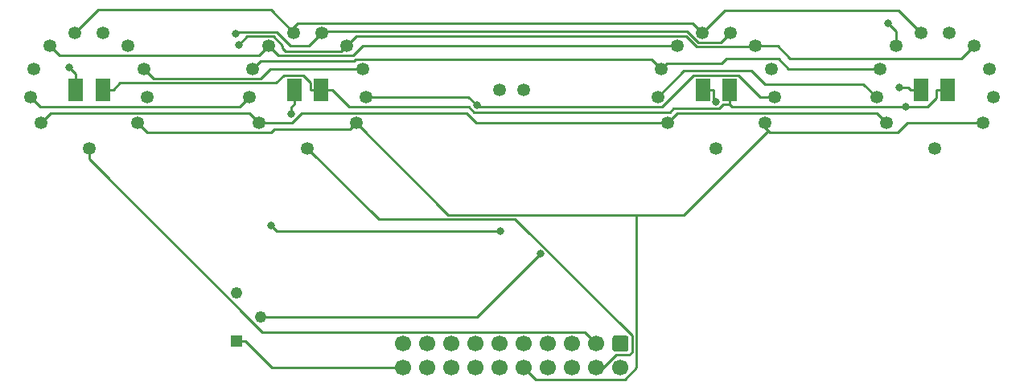
<source format=gtl>
G04 #@! TF.GenerationSoftware,KiCad,Pcbnew,(5.1.7)-1*
G04 #@! TF.CreationDate,2021-11-14T22:53:25-06:00*
G04 #@! TF.ProjectId,in14-socket,696e3134-2d73-46f6-936b-65742e6b6963,rev?*
G04 #@! TF.SameCoordinates,Original*
G04 #@! TF.FileFunction,Copper,L1,Top*
G04 #@! TF.FilePolarity,Positive*
%FSLAX46Y46*%
G04 Gerber Fmt 4.6, Leading zero omitted, Abs format (unit mm)*
G04 Created by KiCad (PCBNEW (5.1.7)-1) date 2021-11-14 22:53:25*
%MOMM*%
%LPD*%
G01*
G04 APERTURE LIST*
G04 #@! TA.AperFunction,ComponentPad*
%ADD10C,1.346200*%
G04 #@! TD*
G04 #@! TA.AperFunction,ComponentPad*
%ADD11C,1.700000*%
G04 #@! TD*
G04 #@! TA.AperFunction,SMDPad,CuDef*
%ADD12R,1.600200X2.387600*%
G04 #@! TD*
G04 #@! TA.AperFunction,ComponentPad*
%ADD13R,1.222000X1.222000*%
G04 #@! TD*
G04 #@! TA.AperFunction,ComponentPad*
%ADD14C,1.222000*%
G04 #@! TD*
G04 #@! TA.AperFunction,ViaPad*
%ADD15C,0.800000*%
G04 #@! TD*
G04 #@! TA.AperFunction,Conductor*
%ADD16C,0.250000*%
G04 #@! TD*
G04 APERTURE END LIST*
D10*
X138500000Y-105187440D03*
X132355740Y-99744220D03*
X132713880Y-96805440D03*
X134395360Y-94367040D03*
X137019180Y-92990360D03*
X139980820Y-92990360D03*
X142604640Y-94367040D03*
X144286120Y-96805440D03*
X144644260Y-99744220D03*
X143592700Y-102515360D03*
X133407300Y-102515360D03*
X181505000Y-105192640D03*
X175360740Y-99749420D03*
X175718880Y-96810640D03*
X177400360Y-94372240D03*
X180024180Y-92995560D03*
X182985820Y-92995560D03*
X185609640Y-94372240D03*
X187291120Y-96810640D03*
X187649260Y-99749420D03*
X186597700Y-102520560D03*
X176412300Y-102520560D03*
X204505000Y-105192640D03*
X198360740Y-99749420D03*
X198718880Y-96810640D03*
X200400360Y-94372240D03*
X203024180Y-92995560D03*
X205985820Y-92995560D03*
X208609640Y-94372240D03*
X210291120Y-96810640D03*
X210649260Y-99749420D03*
X209597700Y-102520560D03*
X199412300Y-102520560D03*
X115500000Y-105187440D03*
X109355740Y-99744220D03*
X109713880Y-96805440D03*
X111395360Y-94367040D03*
X114019180Y-92990360D03*
X116980820Y-92990360D03*
X119604640Y-94367040D03*
X121286120Y-96805440D03*
X121644260Y-99744220D03*
X120592700Y-102515360D03*
X110407300Y-102515360D03*
D11*
X148570000Y-128330000D03*
X151110000Y-128330000D03*
X153650000Y-128330000D03*
X156190000Y-128330000D03*
X158730000Y-128330000D03*
X161270000Y-128330000D03*
X163810000Y-128330000D03*
X166350000Y-128330000D03*
X168890000Y-128330000D03*
X171430000Y-128330000D03*
X148570000Y-125790000D03*
X151110000Y-125790000D03*
X153650000Y-125790000D03*
X156190000Y-125790000D03*
X158730000Y-125790000D03*
X161270000Y-125790000D03*
X163810000Y-125790000D03*
X166350000Y-125790000D03*
X168890000Y-125790000D03*
G04 #@! TA.AperFunction,ComponentPad*
G36*
G01*
X172030000Y-126640000D02*
X170830000Y-126640000D01*
G75*
G02*
X170580000Y-126390000I0J250000D01*
G01*
X170580000Y-125190000D01*
G75*
G02*
X170830000Y-124940000I250000J0D01*
G01*
X172030000Y-124940000D01*
G75*
G02*
X172280000Y-125190000I0J-250000D01*
G01*
X172280000Y-126390000D01*
G75*
G02*
X172030000Y-126640000I-250000J0D01*
G01*
G37*
G04 #@! TD.AperFunction*
D10*
X158730000Y-99000000D03*
X161270000Y-99000000D03*
D12*
X114080000Y-98994800D03*
X116930000Y-98994800D03*
X137080000Y-98994800D03*
X139930000Y-98994800D03*
X180075000Y-99000000D03*
X182925000Y-99000000D03*
X203075000Y-99000000D03*
X205815000Y-99000000D03*
D13*
X131000000Y-125540000D03*
D14*
X133540000Y-123000000D03*
X131000000Y-120460000D03*
D15*
X201469200Y-100790800D03*
X199570000Y-92020000D03*
X130910000Y-93130000D03*
X131230000Y-94270000D03*
X156313100Y-100627200D03*
X162974000Y-116324400D03*
X158800000Y-113961100D03*
X134629400Y-113329400D03*
X200752300Y-98792000D03*
X181500000Y-100265000D03*
X136806800Y-101521800D03*
X113410000Y-96660000D03*
D16*
X141055400Y-98994800D02*
X142869200Y-100808600D01*
X142869200Y-100808600D02*
X155468800Y-100808600D01*
X155468800Y-100808600D02*
X156012700Y-101352500D01*
X156012700Y-101352500D02*
X176641400Y-101352500D01*
X176641400Y-101352500D02*
X177003600Y-100990300D01*
X177003600Y-100990300D02*
X181800500Y-100990300D01*
X181800500Y-100990300D02*
X182271600Y-100519200D01*
X182271600Y-100519200D02*
X182271600Y-100519100D01*
X182271600Y-100519100D02*
X182925000Y-100519100D01*
X199448300Y-100790800D02*
X183196700Y-100790800D01*
X183196700Y-100790800D02*
X182925000Y-100519100D01*
X204689600Y-99000000D02*
X204689600Y-99844000D01*
X204689600Y-99844000D02*
X203742800Y-100790800D01*
X205815000Y-99000000D02*
X204689600Y-99000000D01*
X182925000Y-99000000D02*
X182925000Y-100519100D01*
X118055400Y-98994800D02*
X118751600Y-98298600D01*
X118751600Y-98298600D02*
X135159600Y-98298600D01*
X135159600Y-98298600D02*
X135982600Y-97475600D01*
X135982600Y-97475600D02*
X138023900Y-97475600D01*
X138023900Y-97475600D02*
X138804600Y-98256300D01*
X138804600Y-98256300D02*
X138804600Y-98994800D01*
X139930000Y-98994800D02*
X138804600Y-98994800D01*
X116930000Y-98994800D02*
X118055400Y-98994800D01*
X139930000Y-98994800D02*
X141055400Y-98994800D01*
X201469200Y-100790800D02*
X199448300Y-100790800D01*
X203742800Y-100790800D02*
X201469200Y-100790800D01*
X131000000Y-125540000D02*
X131936300Y-125540000D01*
X131936300Y-125540000D02*
X134726200Y-128329900D01*
X134726200Y-128329900D02*
X148570000Y-128329900D01*
X148570000Y-128329900D02*
X148570000Y-128330000D01*
X198360700Y-99749400D02*
X197001400Y-98390100D01*
X197001400Y-98390100D02*
X186595100Y-98390100D01*
X186595100Y-98390100D02*
X185235600Y-97030600D01*
X185235600Y-97030600D02*
X178079500Y-97030600D01*
X178079500Y-97030600D02*
X175360700Y-99749400D01*
X132355700Y-99744200D02*
X131333000Y-100766900D01*
X131333000Y-100766900D02*
X110378400Y-100766900D01*
X110378400Y-100766900D02*
X109355700Y-99744200D01*
X134395400Y-94367000D02*
X133396900Y-95365500D01*
X133396900Y-95365500D02*
X112393900Y-95365500D01*
X112393900Y-95365500D02*
X111395400Y-94367000D01*
X177400400Y-94372200D02*
X144289800Y-94372200D01*
X144289800Y-94372200D02*
X143283700Y-95378300D01*
X143283700Y-95378300D02*
X135406700Y-95378300D01*
X135406700Y-95378300D02*
X134395400Y-94367000D01*
X200400360Y-92850360D02*
X199570000Y-92020000D01*
X200400360Y-94372240D02*
X200400360Y-92850360D01*
X182985800Y-92995600D02*
X181947000Y-94034400D01*
X181947000Y-94034400D02*
X179595000Y-94034400D01*
X179595000Y-94034400D02*
X178426100Y-92865500D01*
X178426100Y-92865500D02*
X140105700Y-92865500D01*
X140105700Y-92865500D02*
X139980800Y-92990400D01*
X139980820Y-92990360D02*
X138631180Y-94340000D01*
X138631180Y-94340000D02*
X136690000Y-94340000D01*
X131121070Y-92918930D02*
X130910000Y-93130000D01*
X135268930Y-92918930D02*
X131121070Y-92918930D01*
X136690000Y-94340000D02*
X135268930Y-92918930D01*
X121286100Y-96805400D02*
X122315500Y-97834800D01*
X122315500Y-97834800D02*
X133571900Y-97834800D01*
X133571900Y-97834800D02*
X134601300Y-96805400D01*
X134601300Y-96805400D02*
X144286100Y-96805400D01*
X186932700Y-103365900D02*
X186597700Y-103031000D01*
X186597700Y-103031000D02*
X186597700Y-102520600D01*
X209597700Y-102520600D02*
X201629700Y-102520600D01*
X201629700Y-102520600D02*
X200608900Y-103541400D01*
X200608900Y-103541400D02*
X187108100Y-103541400D01*
X187108100Y-103541400D02*
X186932700Y-103365900D01*
X186932700Y-103365900D02*
X178108400Y-112190200D01*
X178108400Y-112190200D02*
X173100800Y-112190200D01*
X173100800Y-112190200D02*
X153267500Y-112190200D01*
X153267500Y-112190200D02*
X143592700Y-102515400D01*
X161270000Y-128330000D02*
X162521200Y-129581200D01*
X162521200Y-129581200D02*
X171864200Y-129581200D01*
X171864200Y-129581200D02*
X173100800Y-128344600D01*
X173100800Y-128344600D02*
X173100800Y-112190200D01*
X143592700Y-102515400D02*
X142977800Y-103130300D01*
X142977800Y-103130300D02*
X135009800Y-103130300D01*
X135009800Y-103130300D02*
X134616100Y-103524000D01*
X134616100Y-103524000D02*
X121601300Y-103524000D01*
X121601300Y-103524000D02*
X120592700Y-102515400D01*
X175718900Y-96810600D02*
X174705600Y-95797300D01*
X174705600Y-95797300D02*
X143501600Y-95797300D01*
X143501600Y-95797300D02*
X143333900Y-95965000D01*
X143333900Y-95965000D02*
X133554300Y-95965000D01*
X133554300Y-95965000D02*
X132713900Y-96805400D01*
X198718880Y-96810640D02*
X189120640Y-96810640D01*
X189120640Y-96810640D02*
X188060000Y-95750000D01*
X182580000Y-95750000D02*
X182100000Y-96230000D01*
X188060000Y-95750000D02*
X182580000Y-95750000D01*
X176299520Y-96230000D02*
X175718880Y-96810640D01*
X182100000Y-96230000D02*
X176299520Y-96230000D01*
X137019200Y-92416000D02*
X137019200Y-92990400D01*
X180024200Y-92995600D02*
X179009800Y-91981200D01*
X179009800Y-91981200D02*
X137454000Y-91981200D01*
X137454000Y-91981200D02*
X137019200Y-92416000D01*
X137019180Y-92990360D02*
X134618820Y-90590000D01*
X116419540Y-90590000D02*
X114019180Y-92990360D01*
X134618820Y-90590000D02*
X116419540Y-90590000D01*
X180024180Y-92995560D02*
X182359740Y-90660000D01*
X200688620Y-90660000D02*
X203024180Y-92995560D01*
X182359740Y-90660000D02*
X200688620Y-90660000D01*
X185609600Y-94484800D02*
X179408400Y-94484800D01*
X179408400Y-94484800D02*
X178295700Y-93372100D01*
X178295700Y-93372100D02*
X143599500Y-93372100D01*
X143599500Y-93372100D02*
X142604600Y-94367000D01*
X185609600Y-94372200D02*
X185609600Y-94484800D01*
X185609640Y-94372240D02*
X187962240Y-94372240D01*
X187962240Y-94372240D02*
X189290000Y-95700000D01*
X207281880Y-95700000D02*
X208609640Y-94372240D01*
X189290000Y-95700000D02*
X207281880Y-95700000D01*
X132131061Y-93368939D02*
X131230000Y-94270000D01*
X134874449Y-93368939D02*
X132131061Y-93368939D01*
X135872550Y-94367040D02*
X134874449Y-93368939D01*
X135872550Y-94367040D02*
X135872550Y-94622550D01*
X135872550Y-94622550D02*
X136170000Y-94920000D01*
X142051680Y-94920000D02*
X142604640Y-94367040D01*
X136170000Y-94920000D02*
X142051680Y-94920000D01*
X187649300Y-99749400D02*
X186128400Y-99749400D01*
X186128400Y-99749400D02*
X183859900Y-97480900D01*
X183859900Y-97480900D02*
X179121800Y-97480900D01*
X179121800Y-97480900D02*
X175809700Y-100793000D01*
X175809700Y-100793000D02*
X156478900Y-100793000D01*
X156478900Y-100793000D02*
X156313100Y-100627200D01*
X144644300Y-99744200D02*
X155430100Y-99744200D01*
X155430100Y-99744200D02*
X156313100Y-100627200D01*
X133407300Y-102515400D02*
X132375600Y-101483700D01*
X132375600Y-101483700D02*
X111439000Y-101483700D01*
X111439000Y-101483700D02*
X110407300Y-102515400D01*
X176412300Y-102520600D02*
X156259200Y-102520600D01*
X156259200Y-102520600D02*
X155250800Y-101512200D01*
X155250800Y-101512200D02*
X137842200Y-101512200D01*
X137842200Y-101512200D02*
X136839000Y-102515400D01*
X136839000Y-102515400D02*
X133407300Y-102515400D01*
X199412300Y-102520600D02*
X198399900Y-101508200D01*
X198399900Y-101508200D02*
X177424700Y-101508200D01*
X177424700Y-101508200D02*
X176412300Y-102520600D01*
X133540000Y-123000000D02*
X156298400Y-123000000D01*
X156298400Y-123000000D02*
X162974000Y-116324400D01*
X134629400Y-113329400D02*
X135261100Y-113961100D01*
X135261100Y-113961100D02*
X158800000Y-113961100D01*
X201949600Y-99000000D02*
X201741600Y-98792000D01*
X201741600Y-98792000D02*
X200752300Y-98792000D01*
X203075000Y-99000000D02*
X201949600Y-99000000D01*
X180075000Y-99000000D02*
X181200400Y-99000000D01*
X181500000Y-100265000D02*
X181200400Y-99965400D01*
X181200400Y-99965400D02*
X181200400Y-99000000D01*
X137080000Y-98994800D02*
X137080000Y-100513900D01*
X136806800Y-101521800D02*
X136806800Y-100787100D01*
X136806800Y-100787100D02*
X137080000Y-100513900D01*
X114080000Y-97330000D02*
X113410000Y-96660000D01*
X114080000Y-98994800D02*
X114080000Y-97330000D01*
X168890000Y-128330000D02*
X169647300Y-128330000D01*
X169647300Y-128330000D02*
X171010900Y-126966400D01*
X171010900Y-126966400D02*
X172324400Y-126966400D01*
X172324400Y-126966400D02*
X172623700Y-126667100D01*
X172623700Y-126667100D02*
X172623700Y-124940600D01*
X172623700Y-124940600D02*
X160323700Y-112640600D01*
X160323700Y-112640600D02*
X145953200Y-112640600D01*
X145953200Y-112640600D02*
X138500000Y-105187400D01*
X115500000Y-105187400D02*
X115500000Y-106314200D01*
X115500000Y-106314200D02*
X133749100Y-124563300D01*
X133749100Y-124563300D02*
X167663300Y-124563300D01*
X167663300Y-124563300D02*
X168890000Y-125790000D01*
M02*

</source>
